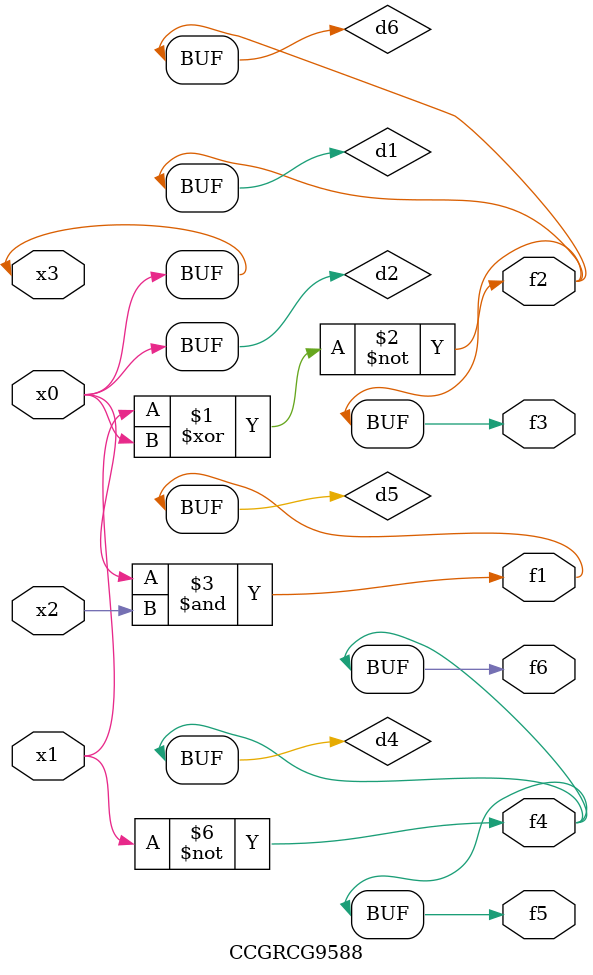
<source format=v>
module CCGRCG9588(
	input x0, x1, x2, x3,
	output f1, f2, f3, f4, f5, f6
);

	wire d1, d2, d3, d4, d5, d6;

	xnor (d1, x1, x3);
	buf (d2, x0, x3);
	nand (d3, x0, x2);
	not (d4, x1);
	nand (d5, d3);
	or (d6, d1);
	assign f1 = d5;
	assign f2 = d6;
	assign f3 = d6;
	assign f4 = d4;
	assign f5 = d4;
	assign f6 = d4;
endmodule

</source>
